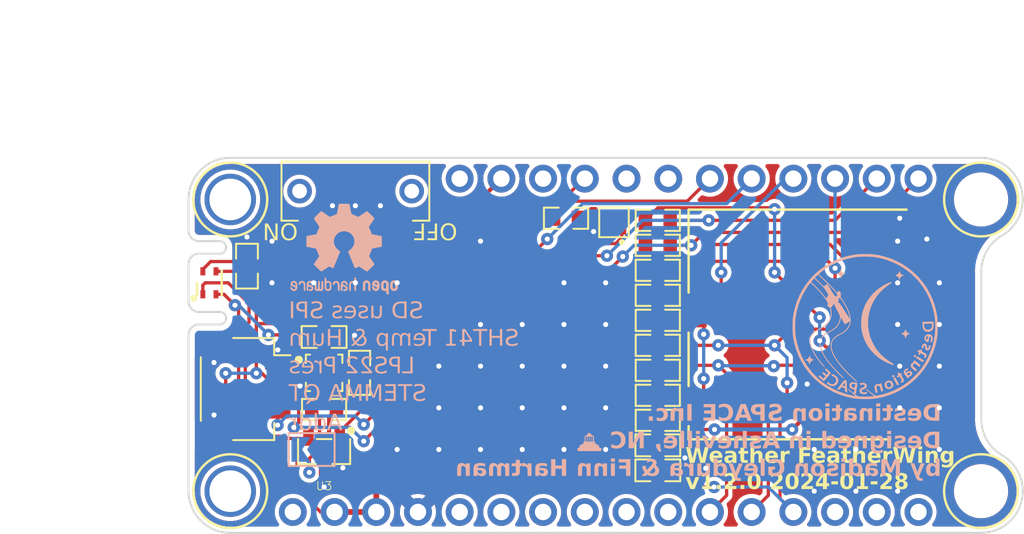
<source format=kicad_pcb>
(kicad_pcb (version 20221018) (generator pcbnew)
  (title_block (title "Weather Featherwing v1.1.0") (date "2024-01-07") (rev "02") (comment 1 "Madison Gleydura") (comment 2 "PROTOTYPE") (comment 3 "2024"))
  (layers (0 "F.Cu" signal) (31 "B.Cu" signal) (34 "B.Paste" user) (35 "F.Paste" user) (36 "B.SilkS" user "B.Silkscreen") (37 "F.SilkS" user "F.Silkscreen") (38 "B.Mask" user) (39 "F.Mask" user) (44 "Edge.Cuts" user))
  (net 0 "")
  (net 1 "/A0")
  (net 2 "+3V3")
  (net 3 "GND")
  (net 4 "Net-(D1-DIN)")
  (net 6 "/RST")
  (net 8 "/A1")
  (net 9 "/A2")
  (net 10 "/A3")
  (net 11 "/A4")
  (net 12 "/A5")
  (net 13 "/SCK")
  (net 14 "/MOSI")
  (net 15 "/MISO")
  (net 16 "/RX")
  (net 17 "/TX")
  (net 18 "/DBG")
  (net 19 "/DAT2")
  (net 20 "/CS_SD")
  (net 21 "/DAT1")
  (net 22 "/CD")
  (net 23 "/SDA")
  (net 24 "/SCL")
  (net 25 "Net-(JP1-B)")
  (net 26 "/NP_DIN")
  (net 27 "/LPS_INT")
  (net 28 "/EEPROM_SCIO")
  (net 29 "/D12")
  (net 30 "/USB")
  (net 31 "/EN")
  (net 32 "/BAT")
  (net 33 "/D11")
  (net 34 "Net-(U1-CS)")
  (footprint "lib_fp:RESC160X80X55L30N" (layer "F.Cu") (at 142.875 107.95)
    (fp_text reference "R5" hide)
    (fp_text value "10K")
  )
  (footprint "DS-Master-Sensors-SMD:SHT4x" (layer "F.Cu") (at 115.57 104.14 90)
    (fp_text reference "U2" hide)
    (fp_text value "SHT41")
  )
  (footprint "lib_fp:SOT95P237X112-3N" (layer "F.Cu") (at 122.555 114.427 180)
    (fp_text reference "U3")
    (fp_text value "11AA010")
  )
  (footprint "lib_fp:IN-PI15TAT5R5G5B" (layer "F.Cu") (at 140.208 100.457 90)
    (fp_text reference "D1" hide)
    (fp_text value "IN-PI15TAT")
  )
  (footprint "lib_fp:M2.54_NPTH" (layer "F.Cu") (at 162.56 99.06)
    (fp_text reference "H3" hide)
    (fp_text value "M2.5" hide)
  )
  (footprint "lib_fp:MEM2061" (layer "F.Cu") (at 158.3 106.68 90)
    (fp_text reference "J3" hide)
    (fp_text value "MEM2061")
  )
  (footprint "lib_fp:RESC160X80X55L30N" (layer "F.Cu") (at 124.714 109.6264 90)
    (fp_text reference "R10" hide)
    (fp_text value "10K")
  )
  (footprint "lib_fp:RESC160X80X55L30N" (layer "F.Cu") (at 122.555 111.8616 180)
    (fp_text reference "R11" hide)
    (fp_text value "10K")
  )
  (footprint "lib_fp:RESC160X80X55L30N" (layer "F.Cu") (at 142.875 109.474)
    (fp_text reference "R4" hide)
    (fp_text value "10K")
  )
  (footprint "lib_fp:CAPC160X80X88L35N" (layer "F.Cu") (at 142.875 115.57)
    (fp_text reference "C1" hide)
    (fp_text value "10uF")
  )
  (footprint "lib_fp:RESC160X80X55L30N" (layer "F.Cu") (at 142.875 112.522)
    (fp_text reference "R2" hide)
    (fp_text value "10K")
  )
  (footprint "DS-Master-Mounting-Holes:M2.54_NPTH" (layer "F.Cu") (at 162.56 116.84)
    (fp_text reference "H4" hide)
    (fp_text value "M2.5" hide)
  )
  (footprint "DS-Master-Sensors-SMD:PQFN10P50_200X200X80L27X25N" (layer "F.Cu") (at 122.555 109.6264)
    (fp_text reference "U1" hide)
    (fp_text value "LPS22HB" hide)
  )
  (footprint "lib_fp:JST_SH_SM04B-SRSS-TB" (layer "F.Cu") (at 117.7304 110.6156 -90)
    (fp_text reference "J4" hide)
    (fp_text value "STEMMA-QT")
  )
  (footprint "lib_fp:RESC160X80X55L30N" (layer "F.Cu") (at 142.875 101.854)
    (fp_text reference "R8" hide)
    (fp_text value "4K7")
  )
  (footprint "lib_fp:Fiducial_1mm_Mask2mm" (layer "F.Cu") (at 161.3408 102.362)
    (fp_text reference "FID1" hide)
    (fp_text value "Fiducial")
  )
  (footprint "lib_fp:M2.54_PTH" (layer "F.Cu") (at 116.84 99.06)
    (fp_text reference "H1" hide)
    (fp_text value "M2.5" hide)
  )
  (footprint "lib_fp:RESC160X80X55L30N" (layer "F.Cu") (at 137.287 100.203)
    (fp_text reference "R12" hide)
    (fp_text value "470R")
  )
  (footprint "lib_fp:CAPC160X80X88L35N" (layer "F.Cu") (at 142.875 114.046)
    (fp_text reference "C2" hide)
    (fp_text value "100nF")
  )
  (footprint "lib_fp:RESC160X80X55L30N" (layer "F.Cu") (at 142.875 106.426)
    (fp_text reference "R1" hide)
    (fp_text value "10K")
  )
  (footprint "lib_fp:Fiducial_1mm_Mask2mm" (layer "F.Cu") (at 119.6848 114.7826)
    (fp_text reference "FID2" hide)
    (fp_text value "Fiducial")
  )
  (footprint "lib_fp:JS102011SAQN" (layer "F.Cu") (at 124.46 98.552 180)
    (fp_text reference "SW1" hide)
    (fp_text value "JS102011SAQN")
  )
  (footprint "lib_fp:CAPC160X80X88L35N" (layer "F.Cu") (at 122.555 107.442)
    (fp_text reference "C3" hide)
    (fp_text value "100nF")
  )
  (footprint "lib_fp:RESC160X80X55L30N" (layer "F.Cu") (at 142.875 103.378)
    (fp_text reference "R7" hide)
    (fp_text value "10K")
  )
  (footprint "lib_fp:M2.54_PTH" (layer "F.Cu") (at 116.84 116.84)
    (fp_text reference "H2" hide)
    (fp_text value "M2.5" hide)
  )
  (footprint "lib_fp:RESC160X80X55L30N" (layer "F.Cu") (at 142.875 100.33)
    (fp_text reference "R9" hide)
    (fp_text value "4K7")
  )
  (footprint "lib_fp:RESC160X80X55L30N" (layer "F.Cu") (at 142.875 104.902)
    (fp_text reference "R6" hide)
    (fp_text value "10K")
  )
  (footprint "lib_fp:RESC160X80X55L30N" (layer "F.Cu") (at 142.875 110.998)
    (fp_text reference "R3" hide)
    (fp_text value "10K")
  )
  (footprint "lib_fp:CAPC160X80X88L35N" (layer "F.Cu") (at 117.856 103.124 90)
    (fp_text reference "C4" hide)
    (fp_text value "100nF")
  )
  (footprint "Symbol:OSHW-Logo2_7.3x6mm_SilkScreen" (layer "B.Cu") (at 123.7742 102.0826 180)
    (fp_text reference "REF**" hide)
    (fp_text value "OSHW-Logo2_7.3x6mm_SilkScreen" hide)
  )
  (footprint "lib_fp:conn_01x12_254" (layer "B.Cu") (at 158.75 97.79 90)
    (fp_text reference "J2" hide)
    (fp_text value "Feather_Header_01x12" hide)
  )
  (footprint "lib_fp:SolderJumper-2_P1.3mm_Open_TrianglePad1.0x1.5mm" (layer "B.Cu") (at 121.793 114.3 180)
    (fp_text reference "JP1" hide)
    (fp_text value "Jumper_2_Open")
  )
  (footprint "lib_fp:ds-silkscreen-logo-10x10" (layer "B.Cu") (at 156.083 107.403601 180)
    (fp_text reference "G***" hide)
    (fp_text value "LOGO" hide)
  )
  (footprint "lib_fp:conn_01x16_254" (layer "B.Cu") (at 120.65 118.11 -90)
    (fp_text reference "J1" hide)
    (fp_text value "Feather_Header_01x16" hide)
  )
  (footprint "DS-Master-Logos-and-Graphics:avlLogo_2" (layer "B.Cu") (at 138.7094 113.8428 180)
    (fp_text reference "G***" hide)
    (fp_text value "LOGO" hide)
  )
  (gr_line locked (start 114.935 101.6) (end 116.205 101.6) (stroke (width 0.12)) (layer "Edge.Cuts"))
  (gr_line locked (start 116.205 105.918) (end 114.935 105.918) (stroke (width 0.12)) (layer "Edge.Cuts"))
  (gr_arc locked (start 163.836656 114.644151) (mid 162.886209 113.669615) (end 162.575444 112.344287) (stroke (width 0.12)) (layer "Edge.Cuts"))
  (gr_line locked (start 114.3 107.315) (end 114.3 116.84) (stroke (width 0.12)) (layer "Edge.Cuts"))
  (gr_arc locked (start 114.935 105.918) (mid 114.485988 105.732013) (end 114.3 105.283) (stroke (width 0.12)) (layer "Edge.Cuts"))
  (gr_line locked (start 116.205 102.362) (end 114.935 102.362) (stroke (width 0.12)) (layer "Edge.Cuts"))
  (gr_line locked (start 116.84 119.38) (end 162.56 119.38) (stroke (width 0.12)) (layer "Edge.Cuts"))
  (gr_arc locked (start 162.56 96.52) (mid 164.356051 97.263949) (end 165.1 99.06) (stroke (width 0.12)) (layer "Edge.Cuts"))
  (gr_arc locked (start 163.836656 114.644152) (mid 164.761625 115.573333) (end 165.1 116.84) (stroke (width 0.12)) (layer "Edge.Cuts"))
  (gr_arc locked (start 114.935 101.6) (mid 114.485988 101.414013) (end 114.3 100.965) (stroke (width 0.12)) (layer "Edge.Cuts"))
  (gr_line locked (start 121.436 96.52) (end 162.56 96.52) (stroke (width 0.12)) (layer "Edge.Cuts"))
  (gr_arc locked (start 165.1 116.84) (mid 164.356051 118.636051) (end 162.56 119.38) (stroke (width 0.12)) (layer "Edge.Cuts"))
  (gr_arc locked (start 114.3 107.315) (mid 114.485987 106.865988) (end 114.935 106.68) (stroke (width 0.12)) (layer "Edge.Cuts"))
  (gr_arc locked (start 116.205 101.6) (mid 116.586 101.981) (end 116.205 102.362) (stroke (width 0.12)) (layer "Edge.Cuts"))
  (gr_line locked (start 114.935 106.68) (end 116.205 106.68) (stroke (width 0.12)) (layer "Edge.Cuts"))
  (gr_arc locked (start 116.84 119.38) (mid 115.043949 118.636051) (end 114.3 116.84) (stroke (width 0.12)) (layer "Edge.Cuts"))
  (gr_line locked (start 114.3 102.997) (end 114.3 105.283) (stroke (width 0.12)) (layer "Edge.Cuts"))
  (gr_line locked (start 114.3 99.06) (end 114.3 100.965) (stroke (width 0.12)) (layer "Edge.Cuts"))
  (gr_arc locked (start 114.3 102.997) (mid 114.485987 102.547988) (end 114.935 102.362) (stroke (width 0.12)) (layer "Edge.Cuts"))
  (gr_line locked (start 162.575444 103.555713) (end 162.575444 112.344287) (stroke (width 0.12)) (layer "Edge.Cuts"))
  (gr_arc locked (start 116.205 105.918) (mid 116.586 106.299) (end 116.205 106.68) (stroke (width 0.12)) (layer "Edge.Cuts"))
  (gr_arc locked (start 162.575444 103.555713) (mid 162.886208 102.230385) (end 163.836656 101.255849) (stroke (width 0.12)) (layer "Edge.Cuts"))
  (gr_arc locked (start 114.3 99.06) (mid 115.043949 97.263949) (end 116.84 96.52) (stroke (width 0.12)) (layer "Edge.Cuts"))
  (gr_arc locked (start 165.1 99.06) (mid 164.761625 100.326667) (end 163.836656 101.255848) (stroke (width 0.12)) (layer "Edge.Cuts"))
  (gr_line locked (start 116.84 96.52) (end 121.436 96.52) (stroke (width 0.12)) (layer "Edge.Cuts"))
  (gr_text "SD uses SPI\nSHT41 Temp & Hum\nLPS22 Pres\nSTEMMA QT" (at 120.396 111.506) (layer "B.SilkS") (effects (font (size 1 1) (thickness 0.12)) (justify right bottom mirror)))
  (gr_text "Destination SPACE Inc.\nDesigned in Asheville, NC\nby Madison Gleydura & Finn Hartman" (at 160.147 116.078) (layer "B.SilkS") (effects (font (size 1 1) (thickness 0.2) bold) (justify left bottom mirror)))
  (gr_text "Addr" (at 120.393 113.3) (layer "B.SilkS") (effects (font (size 1 1) (thickness 0.12)) (justify right bottom mirror)))
  (gr_text "ON" (at 120.96 100.352 180) (layer "F.SilkS") (effects (font (size 1 1) (thickness 0.12)) (justify left bottom)))
  (gr_text "Weather FeatherWing\nv1.2.0 2024-01-28" (at 144.5514 115.5192) (layer "F.SilkS") (effects (font (size 0.95 0.95) (thickness 0.15) bold) (justify left)))
  (gr_text "OFF" (at 127.96 100.352 180) (layer "F.SilkS") (effects (font (size 1 1) (thickness 0.12)) (justify right bottom)))
  (segment (start 121.464058 113.628942) (end 121.605 113.488) (width 0.2) (layer "F.Cu") (net 2))
  (segment (start 124.714 110.3814) (end 124.714 110.4576) (width 0.5) (layer "F.Cu") (net 2))
  (segment (start 126.111 115.57) (end 142.125 115.57) (width 0.35) (layer "F.Cu") (net 2))
  (segment (start 149.897 99.5655) (end 142.8845 99.5655) (width 0.2) (layer "F.Cu") (net 2))
  (segment (start 118.491 106.6292) (end 121.0056 106.6292) (width 0.2) (layer "F.Cu") (net 2))
  (segment (start 125.73 115.951) (end 125.73 115.57) (width 0.35) (layer "F.Cu") (net 2))
  (segment (start 118.4278 109.649897) (end 118.4278 104.4458) (width 0.2) (layer "F.Cu") (net 2))
  (segment (start 123.19 118.11) (end 122.34 118.11) (width 0.2) (layer "F.Cu") (net 2))
  (segment (start 115.97 103.44) (end 117.422 103.44) (width 0.2) (layer "F.Cu") (net 2))
  (segment (start 125.73 115.57) (end 126.111 115.57) (width 0.35) (layer "F.Cu") (net 2))
  (segment (start 120.001209 113.4885) (end 120.141651 113.628942) (width 0.2) (layer "F.Cu") (net 2))
  (segment (start 122.0002 108.8604) (end 122.055 108.8604) (width 0.25) (layer "F.Cu") (net 2))
  (segment (start 122.34 118.11) (end 120.904 116.674) (width 0.2) (layer "F.Cu") (net 2))
  (segment (start 118.4289 109.650997) (end 118.4278 109.649897) (width 0.2) (layer "F.Cu") (net 2))
  (segment (start 123.10288 114.4545) (end 122.8575 114.20912) (width 0.25) (layer "F.Cu") (net 2))
  (segment (start 118.9495 113.4885) (end 120.001209 113.4885) (width 0.2) (layer "F.Cu") (net 2))
  (segment (start 121.789 109.3764) (end 121.789 109.0716) (width 0.25) (layer "F.Cu") (net 2))
  (segment (start 122.8575 114.20912) (end 122.8575 112.3141) (width 0.25) (layer "F.Cu") (net 2))
  (segment (start 121.805 107.4286) (end 121.805 107.442) (width 0.2) (layer "F.Cu") (net 2))
  (segment (start 119.231136 110.1156) (end 119.7304 110.1156) (width 0.2) (layer "F.Cu") (net 2))
  (segment (start 124.6145 114.4545) (end 123.10288 114.4545) (width 0.25) (layer "F.Cu") (net 2))
  (segment (start 117.422 103.44) (end 117.856 103.874) (width 0.2) (layer "F.Cu") (net 2))
  (segment (start 118.4278 104.4458) (end 117.856 103.874) (width 0.2) (layer "F.Cu") (net 2))
  (segment (start 153.1246 108.065) (end 155.9 108.065) (width 0.2) (layer "F.Cu") (net 2))
  (segment (start 125.73 115.951) (end 126.111 115.57) (width 0.35) (layer "F.Cu") (net 2))
  (segment (start 149.987 99.6555) (end 149.897 99.5655) (width 0.2) (layer "F.Cu") (net 2))
  (segment (start 142.8845 99.5655) (end 142.12 100.33) (width 0.2) (layer "F.Cu") (net 2))
  (segment (start 152.7302 107.6706) (end 153.1246 108.065) (width 0.2) (layer "F.Cu") (net 2))
  (segment (start 125.73 115.57) (end 124.6145 114.4545) (width 0.25) (layer "F.Cu") (net 2))
  (segment (start 122.055 108.8604) (end 122.055 107.692) (width 0.25) (layer "F.Cu") (net 2))
  (segment (start 118.766533 109.650997) (end 119.231136 110.1156) (width 0.2) (layer "F.Cu") (net 2))
  (segment (start 149.987 103.505) (end 152.7302 106.2482) (width 0.2) (layer "F.Cu") (net 2))
  (segment (start 116.5606 109.6518) (end 116.5606 111.0996) (width 0.2) (layer "F.Cu") (net 2))
  (segment (start 121.789 109.0716) (end 122.0002 108.8604) (width 0.25) (layer "F.Cu") (net 2))
  (segment (start 122.055 107.692) (end 121.805 107.442) (width 0.25) (layer "F.Cu") (net 2))
  (segment (start 140.683 99.982) (end 141.772 99.982) (width 0.2) (layer "F.Cu") (net 2))
  (segment (start 120.141651 113.628942) (end 120.904 113.628942) (width 0.2) (layer "F.Cu") (net 2))
  (segment (start 122.8575 112.3141) (end 123.31 111.8616) (width 0.25) (layer "F.Cu") (net 2))
  (segment (start 120.904 116.674) (end 120.904 113.628942) (width 0.2) (layer "F.Cu") (net 2))
  (segment (start 141.772 99.982) (end 142.12 100.33) (width 0.2) (layer "F.Cu") (net 2))
  (segment (start 125.73 118.11) (end 123.19 118.11) (width 0.35) (layer "F.Cu") (net 2))
  (segment (start 120.904 113.628942) (end 121.464058 113.628942) (width 0.2) (layer "F.Cu") (net 2))
  (segment (start 116.5606 111.0996) (end 118.9495 113.4885) (width 0.2) (layer "F.Cu") (net 2))
  (segment (start 119.7304 110.1156) (end 119.729 110.117) (width 0.2) (layer "F.Cu") (net 2))
  (segment (start 118.4289 109.650997) (end 118.766533 109.650997) (width 0.2) (layer "F.Cu") (net 2))
  (segment (start 124.714 110.4576) (end 123.31 111.8616) (width 0.5) (layer "F.Cu") (net 2))
  (segment (start 121.0056 106.6292) (end 121.805 107.4286) (width 0.2) (layer "F.Cu") (net 2))
  (segment (start 125.73 118.11) (end 125.73 115.951) (width 0.35) (layer "F.Cu") (net 2))
  (via (at 152.7302 107.6706) (size 0.75) (drill 0.31) (layers "F.Cu" "B.Cu") (net 2))
  (via (at 149.987 103.505) (size 0.75) (drill 0.31) (layers "F.Cu" "B.Cu") (net 2))
  (via (at 152.7302 106.2482) (size 0.75) (drill 0.31) (layers "F.Cu" "B.Cu") (net 2))
  (via (at 149.987 99.6555) (size 0.75) (drill 0.31) (layers "F.Cu" "B.Cu") (net 2))
  (via (at 118.4289 109.650997) (size 0.75) (drill 0.31) (layers "F.Cu" "B.Cu") (net 2))
  (via (at 116.5606 109.6518) (size 0.75) (drill 0.31) (layers "F.Cu" "B.Cu") (net 2))
  (segment (start 152.7302 106.2482) (end 152.7302 107.6706) (width 0.2) (layer "B.Cu") (net 2))
  (segment (start 149.987 99.6555) (end 149.987 103.505) (width 0.2) (layer "B.Cu") (net 2))
  (segment (start 118.4289 109.650997) (end 118.428097 109.6518) (width 0.2) (layer "B.Cu") (net 2))
  (segment (start 118.428097 109.6518) (end 116.5606 109.6518) (width 0.2) (layer "B.Cu") (net 2))
  (segment (start 121.081715 110.435648) (end 121.124963 110.3924) (width 0.2) (layer "F.Cu") (net 3))
  (segment (start 115.17 103.3208) (end 115.6462 102.8446) (width 0.2) (layer "F.Cu") (net 3))
  (segment (start 121.124963 110.3924) (end 122.055 110.3924) (width 0.2) (layer "F.Cu") (net 3))
  (segment (start 124.4092 107.3404) (end 123.4066 107.3404) (width 0.5) (layer "F.Cu") (net 3))
  (segment (start 115.8554 108.9946) (end 115.85 109) (width 0.2) (layer "F.Cu") (net 3))
  (segment (start 138.9634 101.0158) (end 139.6492 101.0158) (width 0.2) (layer "F.Cu") (net 3))
  (segment (start 117.3854 102.8446) (end 117.856 102.374) (width 0.2) (layer "F.Cu") (net 3))
  (segment (start 124.46 101.981) (end 124.46 101.302) (width 0.25) (layer "F.Cu") (net 3))
  (segment (start 115.8554 112.2054) (end 115.85 112.2) (width 0.2) (layer "F.Cu") (net 3))
  (segment (start 123.4066 107.3404) (end 123.305 107.442) (width 0.5) (layer "F.Cu") (net 3))
  (segment (start 115.6462 102.8446) (end 117.3854 102.8446) (width 0.2) (layer "F.Cu") (net 3))
  (segment (start 139.6492 101.0158) (end 139.733 100.932) (width 0.2) (layer "F.Cu") (net 3))
  (segment (start 115.17 103.44) (end 115.17 103.3208) (width 0.2) (layer "F.Cu") (net 3))
  (segment (start 122.555 108.8604) (end 123.055 108.8604) (width 0.2) (layer "F.Cu") (net 3))
  (via (at 132.08 109.22) (size 0.75) (drill 0.31) (layers "F.Cu" "B.Cu") (net 3))
  (via (at 119.38 101.6) (size 0.75) (drill 0.31) (layers "F.Cu" "B.Cu") (net 3))
  (via (at 152.4 114.3) (size 0.75) (drill 0.31) (layers "F.Cu" "B.Cu") (net 3))
  (via (at 115.85 112.2) (size 0.75) (drill 0.31) (layers "F.Cu" "B.Cu") (net 3))
  (via (at 134.62 111.76) (size 0.75) (drill 0.31) (layers "F.Cu" "B.Cu") (net 3))
  (via (at 157.48 104.14) (size 0.75) (drill 0.31) (layers "F.Cu" "B.Cu") (net 3))
  (via (at 121.081715 110.435648) (size 0.75) (drill 0.31) (layers "F.Cu" "B.Cu") (net 3))
  (via (at 124.46 104.14) (size 0.75) (drill 0.31) (layers "F.Cu" "B.Cu") (net 3))
  (via (at 132.08 106.68) (size 0.75) (drill 0.31) (layers "F.Cu" "B.Cu") (net 3))
  (via (at 117.856 101.346) (size 0.75) (drill 0.31) (layers "F.Cu" "B.Cu") (net 3))
  (via (at 132.08 101.6) (size 0.75) (drill 0.31) (layers "F.Cu" "B.Cu") (net 3))
  (via (at 137.16 106.68) (size 0.75) (drill 0.31) (layers "F.Cu" "B.Cu") (net 3))
  (via (at 160.02 104.14) (size 0.75) (drill 0.31) (layers "F.Cu" "B.Cu") (net 3))
  (via (at 123.063 99.441) (size 0.75) (drill 0.31) (layers "F.Cu" "B.Cu") (net 3))
  (via (at 134.62 114.3) (size 0.75) (drill 0.31) (layers "F.Cu" "B.Cu") (net 3))
  (via (at 124.4092 107.3404) (size 0.75) (drill 0.31) (layers "F.Cu" "B.Cu") (net 3))
  (via (at 139.7 114.3) (size 0.75) (drill 0.31) (layers "F.Cu" "B.Cu") (net 3))
  (via (at 151.9682 110.3122) (size 0.75) (drill 0.31) (layers "F.Cu" "B.Cu") (net 3))
  (via (at 132.08 114.3) (size 0.75) (drill 0.31) (layers "F.Cu" "B.Cu") (net 3))
  (via (at 157.607 111.76) (size 0.75) (drill 0.31) (layers "F.Cu" "B.Cu") (net 3))
  (via (at 139.7 111.76) (size 0.75) (drill 0.31) (layers "F.Cu" "B.Cu") (net 3))
  (via (at 138.9634 101.0158) (size 0.75) (drill 0.31) (layers "F.Cu" "B.Cu") (net 3))
  (via (at 154.94 114.3) (size 0.75) (drill 0.31) (layers "F.Cu" "B.Cu") (net 3))
  (via (at 129.54 109.22) (size 0.75) (drill 0.31) (layers "F.Cu" "B.Cu") (net 3))
  (via (at 159.258 101.473) (size 0.75) (drill 0.31) (layers "F.Cu" "B.Cu") (net 3))
  (via (at 134.62 109.22) (size 0.75) (drill 0.31) (layers "F.Cu" "B.Cu") (net 3))
  (via (at 129.54 114.3) (size 0.75) (drill 0.31) (layers "F.Cu" "B.Cu") (net 3))
  (via (at 137.16 104.14) (size 0.75) (drill 0.31) (layers "F.Cu" "B.Cu") (net 3))
  (via (at 160.02 106.68) (size 0.75) (drill 0.31) (layers "F.Cu" "B.Cu") (net 3))
  (via (at 137.16 114.3) (size 0.75) (drill 0.31) (layers "F.Cu" "B.Cu") (net 3))
  (via (at 157.48 106.68) (size 0.75) (drill 0.31) (layers "F.Cu" "B.Cu") (net 3))
  (via (at 157.607 109.22) (size 0.75) (drill 0.31) (layers "F.Cu" "B.Cu") (net 3))
  (via (at 145.796 115.443) (size 0.75) (drill 0.31) (layers "F.Cu" "B.Cu") (net 3))
  (via (at 134.62 106.68) (size 0.75) (drill 0.31) (layers "F.Cu" "B.Cu") (net 3))
  (via (at 139.7 109.22) (size 0.75) (drill 0.31) (layers "F.Cu" "B.Cu") (net 3))
  (via (at 152.4 116.84) (size 0.75) (drill 0.31) (layers "F.Cu" "B.Cu") (net 3))
  (via (at 137.16 109.22) (size 0.75) (drill 0.31) (layers "F.Cu" "B.Cu") (net 3))
  (via (at 115.85 109) (size 0.75) (drill 0.31) (layers "F.Cu" "B.Cu") (net 3))
  (via (at 160.02 114.3) (size 0.75) (drill 0.31) (layers "F.Cu" "B.Cu") (net 3))
  (via (at 160.02 111.76) (size 0.75) (drill 0.31) (layers "F.Cu" "B.Cu") (net 3))
  (via (at 123.698 115.4176) (size 0.75) (drill 0.31) (layers "F.Cu" "B.Cu") (net 3))
  (via (at 157.607 100.203) (size 0.75) (drill 0.31) (layers "F.Cu" "B.Cu") (net 3))
  (via (at 124.46 99.441) (size 0.75) (drill 0.31) (layers "F.Cu" "B.Cu") (net 3))
  (via (at 160.02 109.22) (size 0.75) (drill 0.31) (layers "F.Cu" "B.Cu") (net 3))
  (via (at 127 104.14) (size 0.75) (drill 0.31) (layers "F.Cu" "B.Cu") (net 3))
  (via (at 157.48 116.84) (size 0.75) (drill 0.31) (layers "F.Cu" "B.Cu") (net 3))
  (via (at 122.555 116.586) (size 0.75) (drill 0.31) (layers "F.Cu" "B.Cu") (net 3))
  (via (at 129.54 111.76) (size 0.75) (drill 0.31) (layers "F.Cu" "B.Cu") (net 3))
  (via (at 119.38 104.14) (size 0.75) (drill 0.31) (layers "F.Cu" "B.Cu") (net 3))
  (via (at 127 114.3) (size 0.75) (drill 0.31) (layers "F.Cu" "B.Cu") (net 3))
  (via (at 121.92 104.14) (size 0.75) (drill 0.31) (layers "F.Cu" "B.Cu") (net 3))
  (via (at 157.48 101.6) (size 0.75) (drill 0.31) (layers "F.Cu" "B.Cu") (net 3))
  (via (at 132.08 111.76) (size 0.75) (drill 0.31) (layers "F.Cu" "B.Cu") (net 3))
  (via (at 139.7 104.14) (size 0.75) (drill 0.31) (layers "F.Cu" "B.Cu") (net 3))
  (via (at 137.16 111.76) (size 0.75) (drill 0.31) (layers "F.Cu" "B.Cu") (net 3))
  (via (at 119.7356 108.2294) (size 0.75) (drill 0.31) (layers "F.Cu" "B.Cu") (net 3))
  (via (at 125.984 99.441) (size 0.75) (drill 0.31) (layers "F.Cu" "B.Cu") (net 3))
  (via (at 139.7 106.68) (size 0.75) (drill 0.31) (layers "F.Cu" "B.Cu") (net 3))
  (via (at 154.94 116.84) (size 0.75) (drill 0.31) (layers "F.Cu" "B.Cu") (net 3))
  (via (at 144.526 114.808) (size 0.75) (drill 0.31) (layers "F.Cu" "B.Cu") (net 3))
  (segment (start 138.684 101.7524) (end 140.3096 101.7524) (width 0.2) (layer "F.Cu") (net 4))
  (segment (start 140.3096 101.7524) (end 140.683 101.379) (width 0.2) (layer "F.Cu") (net 4))
  (segment (start 140.683 101.379) (end 140.683 100.932) (width 0.2) (layer "F.Cu") (net 4))
  (segment (start 138.169 100.203) (end 138.169 100.457) (width 0.2) (layer "F.Cu") (net 4))
  (segment (start 138.042 100.203) (end 138.042 101.1104) (width 0.2) (layer "F.Cu") (net 4))
  (segment (start 138.042 101.1104) (end 138.684 101.7524) (width 0.2) (layer "F.Cu") (net 4))
  (segment (start 143.9348 109.1692) (end 143.884 109.22) (width 0.2) (layer "F.Cu") (net 13))
  (segment (start 146.558 109.1692) (end 147.066 109.6772) (width 0.2) (layer "F.Cu") (net 13))
  (segment (start 147.066 117.094) (end 146.05 118.11) (width 0.2) (layer "F.Cu") (net 13))
  (segment (start 143.884 109.22) (end 143.884 109.474) (width 0.2) (layer "F.Cu") (net 13))
  (segment (start 147.066 109.6772) (end 147.066 117.094) (width 0.2) (layer "F.Cu") (net 13))
  (segment (start 149.9912 109.165) (end 155.7 109.165) (width 0.2) (layer "F.Cu") (net 13))
  (segment (start 146.558 109.1692) (end 143.9348 109.1692) (width 0.2) (layer "F.Cu") (net 13))
  (segment (start 149.9362 109.22) (end 149.9912 109.165) (width 0.2) (layer "F.Cu") (net 13))
  (via (at 146.558 109.1692) (size 0.75) (drill 0.31) (layers "F.Cu" "B.Cu") (net 13))
  (via (at 149.9362 109.22) (size 0.75) (drill 0.31) (layers "F.Cu" "B.Cu") (net 13))
  (segment (start 146.5834 109.1946) (end 146.558 109.1692) (width 0.2) (layer "B.Cu") (net 13))
  (segment (start 149.9108 109.1946) (end 146.5834 109.1946) (width 0.2) (layer "B.Cu") (net 13))
  (segment (start 149.9362 109.22) (end 149.9108 109.1946) (width 0.2) (layer "B.Cu") (net 13))
  (segment (start 143.63 107.95) (end 146.558 107.95) (width 0.2) (layer "F.Cu") (net 14))
  (segment (start 150.749 110.998) (end 149.606 112.141) (width 0.2) (layer "F.Cu") (net 14))
  (segment (start 149.606 117.094) (end 148.59 118.11) (width 0.2) (layer "F.Cu") (net 14))
  (segment (start 149.606 112.141) (end 149.606 117.094) (width 0.2) (layer "F.Cu") (net 14))
  (segment (start 149.987 107.95) (end 150.972 106.965) (width 0.2) (layer "F.Cu") (net 14))
  (segment (start 150.972 106.965) (end 155.7 106.965) (width 0.2) (layer "F.Cu") (net 14))
  (segment (start 150.749 110.236) (end 150.749 110.998) (width 0.2) (layer "F.Cu") (net 14))
  (via (at 146.558 107.95) (size 0.75) (drill 0.31) (layers "F.Cu" "B.Cu") (net 14))
  (via (at 149.987 107.95) (size 0.75) (drill 0.31) (layers "F.Cu" "B.Cu") (net 14))
  (via (at 150.749 110.236) (size 0.75) (drill 0.31) (layers "F.Cu" "B.Cu") (net 14))
  (segment (start 150.749 108.712) (end 149.987 107.95) (width 0.2) (layer "B.Cu") (net 14))
  (segment (start 146.558 107.95) (end 149.987 107.95) (width 0.2) (layer "B.Cu") (net 14))
  (segment (start 150.749 110.236) (end 150.749 108.712) (width 0.2) (layer "B.Cu") (net 14))
  (segment (start 142.875 116.205) (end 142.875 111.753) (width 0.2) (layer "F.Cu") (net 15))
  (segment (start 143.256 116.586) (end 142.875 116.205) (width 0.2) (layer "F.Cu") (net 15))
  (segment (start 150.3172 117.2972) (end 150.3172 112.2934) (width 0.2) (layer "F.Cu") (net 15))
  (segment (start 146.304 116.586) (end 143.256 116.586) (width 0.2) (layer "F.Cu") (net 15))
  (segment (start 150.3172 112.2934) (end 151.2456 111.365) (width 0.2) (layer "F.Cu") (net 15))
  (segment (start 151.13 118.11) (end 150.3172 117.2972) (width 0.2) (layer "F.Cu") (net 15))
  (segment (start 151.2456 111.365) (end 155.7 111.365) (width 0.2) (layer "F.Cu") (net 15))
  (segment (start 142.875 111.753) (end 143.63 110.998) (width 0.2) (layer "F.Cu") (net 15))
  (via (at 146.304 116.586) (size 0.75) (drill 0.31) (layers "F.Cu" "B.Cu") (net 15))
  (segment (start 146.304 116.586) (end 149.606 116.586) (width 0.2) (layer "B.Cu") (net 15))
  (segment (start 149.606 116.586) (end 151.13 118.11) (width 0.2) (layer "B.Cu") (net 15))
  (segment (start 144.392 103.378) (end 143.63 103.378) (width 0.2) (layer "F.Cu") (net 19))
  (segment (start 153.3652 101.8032) (end 145.9668 101.8032) (width 0.2) (layer "F.Cu") (net 19))
  (segment (start 155.7 104.765) (end 155.7 104.138) (width 0.2) (layer "F.Cu") (net 19))
  (segment (start 155.7 104.138) (end 153.3652 101.8032) (width 0.2) (layer "F.Cu") (net 19))
  (segment (start 145.9668 101.8032) (end 144.392 103.378) (width 0.2) (layer "F.Cu") (net 19))
  (segment (start 145.709 102.83) (end 153.249 102.83) (width 0.2) (layer "F.Cu") (net 20))
  (segment (start 153.249 102.83) (end 153.67 103.251) (width 0.2) (layer "F.Cu") (net 20))
  (segment (start 143.884 104.902) (end 143.884 104.655) (width 0.2) (layer "F.Cu") (net 20))
  (segment (start 153.67 104.902) (end 154.633 105.865) (width 0.2) (layer "F.Cu") (net 20))
  (segment (start 143.884 104.655) (end 145.709 102.83) (width 0.2) (layer "F.Cu") (net 20))
  (segment (start 153.67 103.251) (end 153.67 104.902) (width 0.2) (layer "F.Cu") (net 20))
  (segment (start 154.633 105.865) (end 155.3 105.865) (width 0.2) (layer "F.Cu") (net 20))
  (via (at 153.67 103.251) (size 0.75) (drill 0.31) (layers "F.Cu" "B.Cu") (net 20))
  (segment (start 153.67 97.79) (end 153.67 103.251) (width 0.2) (layer "B.Cu") (net 20))
  (segment (start 151.0538 113.0808) (end 151.6696 112.465) (width 0.25) (layer "F.Cu") (net 21))
  (segment (start 144.1888 113.0808) (end 146.3294 113.0808) (width 0.2) (layer "F.Cu") (net 21))
  (segment (start 143.63 112.522) (end 144.1888 113.0808) (width 0.2) (layer "F.Cu") (net 21))
  (segment (start 151.6696 112.465) (end 155.7 112.465) (width 0.25) (layer "F.Cu") (net 21))
  (via (at 151.0538 113.0808) (size 0.75) (drill 0.31) (layers "F.Cu" "B.Cu") (net 21))
  (via (at 146.3294 113.0808) (size 0.75) (drill 0.31) (layers "F.Cu" "B.Cu") (net 21))
  (segment (start 151.0538 113.0808) (end 146.3294 113.0808) (width 0.25) (layer "B.Cu") (net 21))
  (segment (start 145.669 107.2755) (end 145.669 106.474) (width 0.2) (layer "F.Cu") (net 22))
  (segment (start 145.15 105.955) (end 145.15 105.802) (width 0.2) (layer "F.Cu") (net 22))
  (segment (start 145.669 106.474) (end 145.15 105.955) (width 0.2) (layer "F.Cu") (net 22))
  (segment (start 143.63 106.426) (end 144.679 106.426) (width 0.2) (layer "F.Cu") (net 22))
  (segment (start 144.679 106.426) (end 145.15 105.955) (width 0.2) (layer "F.Cu") (net 22))
  (segment (start 145.15 105.802) (end 146.7358 104.2162) (width 0.2) (layer "F.Cu") (net 22))
  (segment (start 145.669 109.982) (end 145.669 111.136) (width 0.2) (layer "F.Cu") (net 22))
  (segment (start 146.7358 104.2162) (end 146.7358 103.5045) (width 0.2) (layer "F.Cu") (net 22))
  (segment (start 145.669 111.136) (end 145.15 111.655) (width 0.2) (layer "F.Cu") (net 22))
  (via (at 145.669 109.982) (size 0.75) (drill 0.31) (layers "F.Cu" "B.Cu") (net 22))
  (via (at 145.669 107.2755) (size 0.75) (drill 0.31) (layers "F.Cu" "B.Cu") (net 22))
  (via (at 146.7358 103.5045) (size 0.75) (drill 0.31) (layers "F.Cu" "B.Cu") (net 22))
  (segment (start 146.7358 103.5045) (end 146.7358 101.7016) (width 0.2) (layer "B.Cu") (net 22))
  (segment (start 146.7358 101.7016) (end 150.6474 97.79) (width 0.2) (layer "B.Cu") (net 22))
  (segment (start 150.6474 97.79) (end 151.13 97.79) (width 0.2) (layer "B.Cu") (net 22))
  (segment (start 145.669 107.2755) (end 145.669 109.982) (width 0.2) (layer "B.Cu") (net 22))
  (segment (start 140.0302 103.251) (end 140.7414 102.5398) (width 0.2) (layer "F.Cu") (net 23))
  (segment (start 122.555 110.7186) (end 122.555 110.3924) (width 0.2) (layer "F.Cu") (net 23))
  (segment (start 115.17 104.84) (end 115.17 104.286) (width 0.2) (layer "F.Cu") (net 23))
  (segment (start 130.8735 105.156) (end 134.112 105.156) (width 0.2) (layer "F.Cu") (net 23))
  (segment (start 134.112 105.156) (end 136.017 103.251) (width 0.2) (layer "F.Cu") (net 23))
  (segment (start 117.983 106.547195) (end 117.7544 106.775795) (width 0.2) (layer "F.Cu") (net 23))
  (segment (start 127 111.76) (end 127 109.0295) (width 0.2) (layer "F.Cu") (net 23))
  (segment (start 124.968 113.792) (end 127 111.76) (width 0.2) (layer "F.Cu") (net 23))
  (segment (start 121.0056 112.654801) (end 121.0056 111.3028) (width 0.2) (layer "F.Cu") (net 23))
  (segment (start 144.907 101.854) (end 143.63 101.854) (width 0.2) (layer "F.Cu") (net 23))
  (segment (start 118.6862 111.117) (end 120.8198 111.117) (width 0.2) (layer "F.Cu") (net 23))
  (segment (start 121.0472 111.3028) (end 121.2529 111.0971) (width 0.2) (layer "F.Cu") (net 23))
  (segment (start 116.713707 104.14) (end 117.983 105.409293) (width 0.2) (layer "F.Cu") (net 23))
  (segment (start 117.7544 106.775795) (end 117.7544 110.1852) (width 0.2) (layer "F.Cu") (net 23))
  (segment (start 136.017 103.251) (end 140.0302 103.251) (width 0.2) (layer "F.Cu") (net 23))
  (segment (start 120.705959 112.954442) (end 121.0056 112.654801) (width 0.2) (layer "F.Cu") (net 23))
  (segment (start 120.8198 111.117) (end 121.0056 111.3028) (width 0.2) (layer "F.Cu") (net 23))
  (segment (start 117.983 105.409293) (end 117.983 106.547195) (width 0.2) (layer "F.Cu") (net 23))
  (segment (start 115.316 104.14) (end 116.713707 104.14) (width 0.2) (layer "F.Cu") (net 23))
  (segment (start 144.907 101.854) (end 145.6944 101.0666) (width 0.2) (layer "F.Cu") (net 23))
  (segment (start 145.6944 101.0666) (end 155.4734 101.0666) (width 0.2) (layer "F.Cu") (net 23))
  (segment (start 127 109.0295) (end 130.8735 105.156) (width 0.2) (layer "F.Cu") (net 23))
  (segment (start 121.0056 111.3028) (end 121.0472 111.3028) (width 0.2) (layer "F.Cu") (net 23))
  (segment (start 121.2529 111.0971) (end 122.1765 111.0971) (width 0.2) (layer "F.Cu") (net 23))
  (segment (start 155.4734 101.0666) (end 158.75 97.79) (width 0.2) (layer "F.Cu") (net 23))
  (segment (start 115.17 104.286) (end 115.316 104.14) (width 0.2) (layer "F.Cu") (net 23))
  (segment (start 117.7544 110.1852) (end 118.6862 111.117) (width 0.2) (layer "F.Cu") (net 23))
  (segment (start 122.1765 111.0971) (end 122.555 110.7186) (width 0.2) (layer "F.Cu") (net 23))
  (via (at 120.705959 112.954442) (size 0.75) (drill 0.31) (layers "F.Cu" "B.Cu") (net 23))
  (via (at 144.907 101.854) (size 0.75) (drill 0.31) (layers "F.Cu" "B.Cu") (net 23))
  (via (at 124.968 113.792) (size 0.75) (drill 0.31) (layers "F.Cu" "B.Cu") (net 23))
  (via (at 140.7414 102.5398) (size 0.75) (drill 0.31) (layers "F.Cu" "B.Cu") (net 23))
  (segment (start 124.129942 112.953942) (end 120.706459 112.953942) (width 0.2) (layer "B.Cu") (net 23))
  (segment (start 124.968 113.792) (end 124.129942 112.953942) (width 0.2) (layer "B.Cu") (net 23))
  (segment (start 140.7414 102.5398) (end 141.4272 101.854) (width 0.2) (layer "B.Cu") (net 23))
  (segment (start 120.706459 112.953942) (end 120.705959 112.954442) (width 0.2) (layer "B.Cu") (net 23))
  (segment (start 141.4272 101.854) (end 144.907 101.854) (width 0.2) (layer "B.Cu") (net 23))
  (segment (start 119.729 112.806114) (end 119.721614 112.8135) (width 0.2) (layer "F.Cu") (net 24))
  (segment (start 133.858 104.521) (end 135.89 102.489) (width 0.2) (layer "F.Cu") (net 24))
  (segment (start 119.1655 107.315) (end 119.7864 107.315) (width 0.2) (layer "F.Cu") (net 24))
  (segment (start 126.365 108.80725) (end 130.65125 104.521) (width 0.2) (layer "F.Cu") (net 24))
  (segment (start 145.9738 100.33) (end 143.63 100.33) (width 0.2) (layer "F.Cu") (net 24))
  (segment (start 119.7864 107.315) (end 120.904 108.4326) (width 0.2) (layer "F.Cu") (net 24))
  (segment (start 117.348 110.7186) (end 118.7464 112.117) (width 0.2) (layer "F.Cu") (net 24))
  (segment (start 119.7304 112.1156) (end 119.729 112.117) (width 0.2) (layer "F.Cu") (net 24))
  (segment (start 117.125056 105.505944) (end 117.348 105.728888) (width 0.2) (layer "F.Cu") (net 24))
  (segment (start 119.729 112.117) (end 120.1942 112.117) (width 0.2) (layer "F.Cu") (net 24))
  (segment (start 121.4588 109.8764) (end 121.789 109.8764) (width 0.2) (layer "F.Cu") (net 24))
  (segment (start 145.9738 100.33) (end 153.67 100.33) (width 0.2) (layer "F.Cu") (net 24))
  (segment (start 117.125056 105.505944) (end 116.459112 104.84) (width 0.2) (layer "F.Cu") (net 24))
  (segment (start 139.7762 102.489) (end 139.77665 102.48855) (width 0.2) (layer "F.Cu") (net 24))
  (segment (start 124.968 112.776) (end 126.365 111.379) (width 0.2) (layer "F.Cu") (net 24))
  (segment (start 116.459112 104.84) (end 115.97 104.84) (width 0.2) (layer "F.Cu") (net 24))
  (segment (start 117.348 105.728888) (end 117.348 110.7186) (width 0.2) (layer "F.Cu") (net 24))
  (segment (start 153.67 100.33) (end 156.21 97.79) (width 0.2) (layer "F.Cu") (net 24))
  (segment (start 130.65125 104.521) (end 133.858 104.521) (width 0.2) (layer "F.Cu") (net 24))
  (segment (start 135.89 102.489) (end 139.7762 102.489) (width 0.2) (layer "F.Cu") (net 24))
  (segment (start 119.729 112.117) (end 119.729 112.806114) (width 0.2) (layer "F.Cu") (net 24))
  (segment (start 118.7464 112.117) (end 119.729 112.117) (width 0.2) (layer "F.Cu") (net 24))
  (segment (start 120.904 108.4326) (end 120.904 109.3216) (width 0.2) (layer "F.Cu") (net 24))
  (segment (start 120.904 109.3216) (end 121.4588 109.8764) (width 0.2) (layer "F.Cu") (net 24))
  (segment (start 126.365 111.379) (end 126.365 108.80725) (width 0.2) (layer "F.Cu") (net 24))
  (via (at 117.125056 105.505944) (size 0.75) (drill 0.31) (layers "F.Cu" "B.Cu") (net 24))
  (via (at 145.9738 100.33) (size 0.75) (drill 0.31) (layers "F.Cu" "B.Cu") (net 24))
  (via (at 119.1655 107.315) (size 0.75) (drill 0.31) (layers "F.Cu" "B.Cu") (net 24))
  (via (at 139.77665 102.48855) (size 0.75) (drill 0.31) (layers "F.Cu" "B.Cu") (net 24))
  (via (at 119.721614 112.8135) (size 0.75) (drill 0.31) (layers "F.Cu" "B.Cu") (net 24))
  (via (at 124.968 112.776) (size 0.75) (drill 0.31) (layers "F.Cu" "B.Cu") (net 24))
  (segment (start 124.450644 112.258644) (end 120.27647 112.258644) (width 0.2) (layer "B.Cu") (net 24))
  (segment (start 119.1655 107.315) (end 117.356444 105.505944) (width 0.2) (layer "B.Cu") (net 24))
  (segment (start 139.787567 102.48855) (end 139.77665 102.48855) (width 0.2) (layer "B.Cu") (net 24))
  (segment (start 145.9738 100.33) (end 141.946117 100.33) (width 0.2) (layer "B.Cu") (net 24))
  (segment (start 120.27647 112.258644) (end 119.721614 112.8135) (width 0.2) (layer "B.Cu") (net 24))
  (segment (start 141.946117 100.33) (end 139.787567 102.48855) (width 0.2) (layer "B.Cu") (net 24))
  (segment (start 124.968 112.776) (end 124.450644 112.258644) (width 0.2) (layer "B.Cu") (net 24))
  (segment (start 117.356444 105.505944) (end 117.125056 105.505944) (width 0.2) (layer "B.Cu") (net 24))
  (segment (start 121.658 115.697) (end 121.658 114.8414) (width 0.2) (layer "F.Cu") (net 25))
  (segment (start 122.2756 114.2238) (end 122.2756 112.3372) (width 0.2) (layer "F.Cu") (net 25))
  (segment (start 122.2756 112.3372) (end 121.8 111.8616) (width 0.2) (layer "F.Cu") (net 25))
  (segment (start 122.362625 111.4971) (end 123.055 110.804725) (width 0.2) (layer "F.Cu") (net 25))
  (segment (start 121.658 114.8414) (end 122.2756 114.2238) (width 0.2) (layer "F.Cu") (net 25))
  (segment (start 123.055 110.804725) (end 123.055 110.3924) (width 0.2) (layer "F.Cu") (net 25))
  (segment (start 122.1645 111.4971) (end 122.362625 111.4971) (width 0.2) (layer "F.Cu") (net 25))
  (segment (start 121.8 111.8616) (end 122.1645 111.4971) (width 0.2) (layer "F.Cu") (net 25))
  (via (at 121.658 115.697) (size 0.75) (drill 0.31) (layers "F.Cu" "B.Cu") (net 25))
  (segment (start 121.658 115.697) (end 121.658 115.114264) (width 0.2) (layer "B.Cu") (net 25))
  (segment (start 121.658 115.114264) (end 121.068 114.524264) (width 0.2) (layer "B.Cu") (net 25))
  (segment (start 121.068 114.524264) (end 121.068 114.3) (width 0.2) (layer "B.Cu") (net 25))
  (segment (start 137.5695 99.1655) (end 136.532 100.203) (width 0.2) (layer "F.Cu") (net 26))
  (segment (start 146.05 97.79) (end 144.6745 99.1655) (width 0.2) (layer "F.Cu") (net 26))
  (segment (start 144.6745 99.1655) (end 137.5695 99.1655) (width 0.2) (layer "F.Cu") (net 26))
  (segment (start 123.321 109.3764) (end 123.4146 109.3764) (width 0.2) (layer "F.Cu") (net 27))
  (segment (start 123.4146 109.3764) (end 123.8758 108.9152) (width 0.2) (layer "F.Cu") (net 27))
  (segment (start 133.4516 103.3272) (end 135.382 101.3968) (width 0.2) (layer "F.Cu") (net 27))
  (segment (start 125.2982 108.0262) (end 129.9972 103.3272) (width 0.2) (layer "F.Cu") (net 27))
  (segment (start 136.017 99.06) (end 137.109314 99.06) (width 0.2) (layer "F.Cu") (net 27))
  (segment (start 135.382 99.695) (end 136.017 99.06) (width 0.2) (layer "F.Cu") (net 27))
  (segment (start 124.1298 108.0262) (end 125.2982 108.0262) (width 0.2) (layer "F.Cu") (net 27))
  (segment (start 123.8758 108.2802) (end 124.1298 108.0262) (width 0.2) (layer "F.Cu") (net 27))
  (segment (start 137.109314 99.06) (end 138.379314 97.79) (width 0.2) (layer "F.Cu") (net 27))
  (segment (start 135.382 101.3968) (end 135.382 99.695) (width 0.2) (layer "F.Cu") (net 27))
  (segment (start 138.379314 97.79) (end 138.43 97.79) (width 0.2) (layer "F.Cu") (net 27))
  (segment (start 123.8758 108.9152) (end 123.8758 108.2802) (width 0.2) (layer "F.Cu") (net 27))
  (segment (start 129.9972 103.3272) (end 133.4516 103.3272) (width 0.2) (layer "F.Cu") (net 27))
  (segment (start 130.302 103.886) (end 133.731 103.886) (width 0.2) (layer "F.Cu") (net 28))
  (segment (start 123.505 113.223) (end 125.73 110.998) (width 0.2) (layer "F.Cu") (net 28))
  (segment (start 133.731 103.886) (end 136.144 101.473) (width 0.2) (layer "F.Cu") (net 28))
  (segment (start 125.73 110.998) (end 125.73 108.458) (width 0.2) (layer "F.Cu") (net 28))
  (segment (start 148.336 97.79) (end 148.59 97.79) (width 0.2) (layer "F.Cu") (net 28))
  (segment (start 123.505 113.488) (end 123.505 113.223) (width 0.2) (layer "F.Cu") (net 28))
  (segment (start 125.73 108.458) (end 130.302 103.886) (width 0.2) (layer "F.Cu") (net 28))
  (via (at 136.144 101.473) (size 0.75) (drill 0.31) (layers "F.Cu" "B.Cu") (net 28))
  (segment (start 147.066 99.314) (end 138.303 99.314) (width 0.2) (layer "B.Cu") (net 28))
  (segment (start 138.303 99.314) (end 136.144 101.473) (width 0.2) (layer "B.Cu") (net 28))
  (segment (start 148.59 97.79) (end 147.066 99.314) (width 0.2) (layer "B.Cu") (net 28))
  (segment (start 121.96 101.302) (end 121.96 101.894) (width 0.25) (layer "F.Cu") (net 31))
  (segment (start 121.96 101.302) (end 121.96 101.9194) (width 0.25) (layer "F.Cu") (net 31))
  (segment (start 123.317 103.251) (end 127.889 103.251) (width 0.25) (layer "F.Cu") (net 31))
  (segment (start 121.96 101.894) (end 123.317 103.251) (width 0.25) (layer "F.Cu") (net 31))
  (segment (start 121.96 101.302) (end 121.99562 101.302) (width 0.25) (layer "F.Cu") (net 31))
  (segment (start 127.889 103.251) (end 133.35 97.79) (width 0.25) (layer "F.Cu") (net 31))
  (segment (start 123.709 109.8764) (end 124.714 108.8714) (width 0.2) (layer "F.Cu") (net 34))
  (segment (start 123.321 109.8764) (end 123.709 109.8764) (width 0.2) (layer "F.Cu") (net 34))
  (zone (net 3) (net_name "GND") (layer "F.Cu") (priority 4) (connect_pads yes (clearance 0.025)) (min_thickness 0.025) (fill yes (thermal_gap 0.025) (thermal_bridge_width 0.025))
    (polygon (pts (xy 122.38 109.0589) (xy 122.38 108.6619) (xy 122.43 108.331) (xy 123.23 108.331) (xy 123.23 108.6619) (xy 123.23 109.0589)))
  )
  (zone locked (net 3) (net_name "GND") (layer "F.Cu") (priority 2) (connect_pads (clearance 0.25)) (min_thickness 0.25) (fill yes (thermal_gap 0.25) (thermal_bridge_width 0.75) (island_removal_mode 2) (island_area_min 10))
    (polygon (pts (xy 165.1 96.52) (xy 165.1 119.38) (xy 114.3 119.38) (xy 114.3 96.52)))
  )
  (zone (net 2) (net_name "+3V3") (layer "F.Cu") (priority 3) (connect_pads yes (clearance 0.25)) (min_thickness 0.025) (fill yes (thermal_gap 0.25) (thermal_bridge_width 0.25) (island_removal_mode 1) (island_area_min 10))
    (polygon (pts (xy 142.5605 116.055) (xy 142.5605 115.085) (xy 142.53 114.5105) (xy 142.53 112.0575) (xy 142.5605 111.483) (xy 142.5605 110.513) (xy 142.53 109.9385) (xy 142.53 99.8655) (xy 141.71 99.8655) (xy 141.71 109.9385) (xy 141.6895 110.513) (xy 141.6895 111.483) (xy 141.71 112.0575) (xy 141.71 114.5105) (xy 141.6895 115.085) (xy 141.6895 116.055)))
  )
  (zone locked (net 0) (net_name "") (layer "F.Cu") (connect_pads (clearance 0)) (min_thickness 0.25)
    (keepout (tracks allowed) (vias allowed) (pads allowed) (copperpour not_allowed) (footprints allowed))
    (fill (thermal_gap 0.5) (thermal_bridge_width 0.5))
    (polygon (pts (xy 122.05 109.1) (xy 122.05 110.15) (xy 123.05 110.15) (xy 123.05 109.1)))
  )
  (zone locked (net 0) (net_name "") (layers "F&B.Cu") (name "SHT41") (connect_pads (clearance 0)) (min_thickness 0.25)
    (keepout (tracks allowed) (vias allowed) (pads allowed) (copperpour not_allowed) (footprints allowed))
    (fill (thermal_gap 0.5) (thermal_bridge_width 0.5))
    (polygon (pts (xy 114.3 101.981) (xy 114.3 106.299) (xy 116.967 106.299) (xy 116.967 101.981)))
  )
  (zone locked (net 3) (net_name "GND") (layer "B.Cu") (connect_pads (clearance 0.25)) (min_thickness 0.25) (fill yes (thermal_gap 0.25) (thermal_bridge_width 0.75))
    (polygon (pts (xy 114.3 96.52) (xy 114.3 119.38) (xy 165.1 119.38) (xy 165.1 96.52)))
  )
)
</source>
